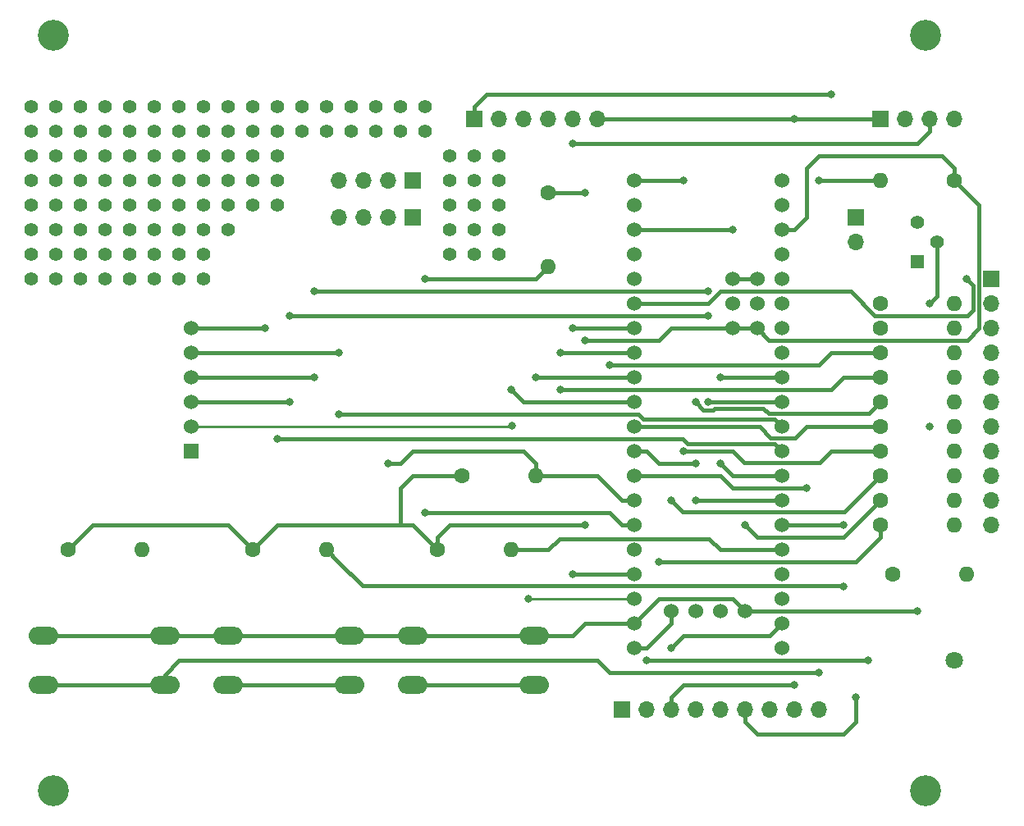
<source format=gbr>
%TF.GenerationSoftware,KiCad,Pcbnew,5.1.5+dfsg1-2build2*%
%TF.CreationDate,2022-09-12T08:37:09+01:00*%
%TF.ProjectId,bluepill-pb1,626c7565-7069-46c6-9c2d-7062312e6b69,rev?*%
%TF.SameCoordinates,Original*%
%TF.FileFunction,Copper,L1,Top*%
%TF.FilePolarity,Positive*%
%FSLAX46Y46*%
G04 Gerber Fmt 4.6, Leading zero omitted, Abs format (unit mm)*
G04 Created by KiCad (PCBNEW 5.1.5+dfsg1-2build2) date 2022-09-12 08:37:09*
%MOMM*%
%LPD*%
G04 APERTURE LIST*
%TA.AperFunction,ComponentPad*%
%ADD10O,1.700000X1.700000*%
%TD*%
%TA.AperFunction,ComponentPad*%
%ADD11R,1.700000X1.700000*%
%TD*%
%TA.AperFunction,ComponentPad*%
%ADD12O,1.600000X1.600000*%
%TD*%
%TA.AperFunction,ComponentPad*%
%ADD13C,1.600000*%
%TD*%
%TA.AperFunction,ComponentPad*%
%ADD14C,1.800000*%
%TD*%
%TA.AperFunction,ComponentPad*%
%ADD15C,1.524000*%
%TD*%
%TA.AperFunction,ComponentPad*%
%ADD16O,3.048000X1.850000*%
%TD*%
%TA.AperFunction,ComponentPad*%
%ADD17C,1.397000*%
%TD*%
%TA.AperFunction,ComponentPad*%
%ADD18R,1.397000X1.397000*%
%TD*%
%TA.AperFunction,ComponentPad*%
%ADD19R,1.524000X1.524000*%
%TD*%
%TA.AperFunction,ViaPad*%
%ADD20C,1.400000*%
%TD*%
%TA.AperFunction,ViaPad*%
%ADD21C,3.200000*%
%TD*%
%TA.AperFunction,ViaPad*%
%ADD22C,0.800000*%
%TD*%
%TA.AperFunction,Conductor*%
%ADD23C,0.400000*%
%TD*%
%TA.AperFunction,Conductor*%
%ADD24C,0.250000*%
%TD*%
G04 APERTURE END LIST*
D10*
%TO.P,J6,6*%
%TO.N,GND*%
X137160000Y-59690000D03*
%TO.P,J6,5*%
%TO.N,Net-(J6-Pad5)*%
X134620000Y-59690000D03*
%TO.P,J6,4*%
%TO.N,Net-(J6-Pad4)*%
X132080000Y-59690000D03*
%TO.P,J6,3*%
%TO.N,Net-(J6-Pad3)*%
X129540000Y-59690000D03*
%TO.P,J6,2*%
%TO.N,Net-(J6-Pad2)*%
X127000000Y-59690000D03*
D11*
%TO.P,J6,1*%
%TO.N,Net-(A1-Pad2)*%
X124460000Y-59690000D03*
%TD*%
D10*
%TO.P,J7,2*%
%TO.N,Net-(A1-Pad2)*%
X163830000Y-72390000D03*
D11*
%TO.P,J7,1*%
%TO.N,Net-(J7-Pad1)*%
X163830000Y-69850000D03*
%TD*%
D12*
%TO.P,R17,2*%
%TO.N,Net-(J3-Pad2)*%
X130810000Y-96520000D03*
D13*
%TO.P,R17,1*%
%TO.N,+3V3*%
X123190000Y-96520000D03*
%TD*%
D14*
%TO.P,TP1,1*%
%TO.N,GND*%
X173990000Y-115570000D03*
%TD*%
D12*
%TO.P,R16,2*%
%TO.N,Net-(J3-Pad1)*%
X132080000Y-74930000D03*
D13*
%TO.P,R16,1*%
%TO.N,+3V3*%
X132080000Y-67310000D03*
%TD*%
D12*
%TO.P,R15,2*%
%TO.N,Net-(Q1-Pad2)*%
X175260000Y-106680000D03*
D13*
%TO.P,R15,1*%
%TO.N,Net-(R15-Pad1)*%
X167640000Y-106680000D03*
%TD*%
D15*
%TO.P,U1,5V*%
%TO.N,Net-(A1-Pad2)*%
X140970000Y-109220000D03*
%TO.P,U1,3V3*%
%TO.N,+3V3*%
X151130000Y-81280000D03*
%TO.P,U1,PB2*%
%TO.N,N/C*%
X151130000Y-78740000D03*
%TO.P,U1,G*%
%TO.N,GND*%
X151130000Y-76200000D03*
%TO.P,U1,3V3*%
%TO.N,+3V3*%
X153670000Y-81280000D03*
%TO.P,U1,BOOT*%
%TO.N,N/C*%
X153670000Y-78740000D03*
%TO.P,U1,G*%
%TO.N,GND*%
X153670000Y-76200000D03*
X152400000Y-110490000D03*
%TO.P,U1,PA14*%
%TO.N,N/C*%
X149860000Y-110490000D03*
%TO.P,U1,PA13*%
X147320000Y-110490000D03*
%TO.P,U1,3V3*%
%TO.N,+3V3*%
X144780000Y-110490000D03*
%TO.P,U1,G*%
%TO.N,GND*%
X156210000Y-66040000D03*
X156210000Y-68580000D03*
%TO.P,U1,3V3*%
%TO.N,+3V3*%
X156210000Y-71120000D03*
%TO.P,U1,NRST*%
%TO.N,N/C*%
X156210000Y-73660000D03*
%TO.P,U1,PB11*%
%TO.N,Net-(Q1-Pad1)*%
X156210000Y-76200000D03*
%TO.P,U1,PB10*%
%TO.N,N/C*%
X156210000Y-78740000D03*
%TO.P,U1,PB1*%
%TO.N,Net-(J5-Pad7)*%
X156210000Y-81280000D03*
%TO.P,U1,PB0*%
%TO.N,Net-(J5-Pad6)*%
X156210000Y-83820000D03*
%TO.P,U1,PA7*%
%TO.N,Net-(A1-Pad4)*%
X156210000Y-86360000D03*
%TO.P,U1,PA6*%
%TO.N,Net-(A1-Pad3)*%
X156210000Y-88900000D03*
%TO.P,U1,PA5*%
%TO.N,Net-(A1-Pad5)*%
X156210000Y-91440000D03*
%TO.P,U1,PA4*%
%TO.N,Net-(A1-Pad6)*%
X156210000Y-93980000D03*
%TO.P,U1,PA3*%
%TO.N,Net-(J5-Pad5)*%
X156210000Y-96520000D03*
%TO.P,U1,PA2*%
%TO.N,Net-(J5-Pad4)*%
X156210000Y-99060000D03*
%TO.P,U1,PA1*%
%TO.N,Net-(R2-Pad2)*%
X156210000Y-101600000D03*
%TO.P,U1,PA0*%
%TO.N,Net-(R3-Pad2)*%
X156210000Y-104140000D03*
%TO.P,U1,PC15*%
%TO.N,Net-(R1-Pad2)*%
X156210000Y-106680000D03*
%TO.P,U1,PC14*%
%TO.N,Net-(J5-Pad3)*%
X156210000Y-109220000D03*
%TO.P,U1,PC13*%
%TO.N,Net-(J5-Pad2)*%
X156210000Y-111760000D03*
%TO.P,U1,VBAT*%
%TO.N,N/C*%
X156210000Y-114300000D03*
%TO.P,U1,3V3*%
%TO.N,+3V3*%
X140970000Y-114300000D03*
%TO.P,U1,G*%
%TO.N,GND*%
X140970000Y-111760000D03*
%TO.P,U1,PB9*%
%TO.N,Net-(R7-Pad1)*%
X140970000Y-106680000D03*
%TO.P,U1,PB8*%
%TO.N,Net-(R6-Pad1)*%
X140970000Y-104140000D03*
%TO.P,U1,PB7*%
%TO.N,Net-(J3-Pad1)*%
X140970000Y-101600000D03*
%TO.P,U1,PB6*%
%TO.N,Net-(J3-Pad2)*%
X140970000Y-99060000D03*
%TO.P,U1,PB5*%
%TO.N,Net-(J5-Pad8)*%
X140970000Y-96520000D03*
%TO.P,U1,PB4*%
%TO.N,Net-(R8-Pad1)*%
X140970000Y-93980000D03*
%TO.P,U1,PB3*%
%TO.N,Net-(R15-Pad1)*%
X140970000Y-91440000D03*
%TO.P,U1,PA15*%
%TO.N,Net-(J6-Pad2)*%
X140970000Y-88900000D03*
%TO.P,U1,PA12*%
%TO.N,Net-(J6-Pad3)*%
X140970000Y-86360000D03*
%TO.P,U1,PA11*%
%TO.N,Net-(J6-Pad4)*%
X140970000Y-83820000D03*
%TO.P,U1,PA10*%
%TO.N,Net-(J2-Pad3)*%
X140970000Y-81280000D03*
%TO.P,U1,PA9*%
%TO.N,Net-(J2-Pad2)*%
X140970000Y-78740000D03*
%TO.P,U1,PA8*%
%TO.N,Net-(J6-Pad5)*%
X140970000Y-76200000D03*
%TO.P,U1,PB15*%
%TO.N,Net-(R13-Pad1)*%
X140970000Y-73660000D03*
%TO.P,U1,PB14*%
%TO.N,Net-(R12-Pad1)*%
X140970000Y-71120000D03*
%TO.P,U1,PB13*%
%TO.N,Net-(R11-Pad1)*%
X140970000Y-68580000D03*
%TO.P,U1,PB12*%
%TO.N,Net-(R10-Pad1)*%
X140970000Y-66040000D03*
%TD*%
D16*
%TO.P,SW2,2*%
%TO.N,Net-(R2-Pad2)*%
X99060000Y-118030000D03*
%TO.P,SW2,1*%
%TO.N,GND*%
X99060000Y-113030000D03*
%TO.P,SW2,2*%
%TO.N,Net-(R2-Pad2)*%
X111560000Y-118030000D03*
%TO.P,SW2,1*%
%TO.N,GND*%
X111560000Y-113030000D03*
%TD*%
D10*
%TO.P,J5,9*%
%TO.N,GND*%
X160020000Y-120650000D03*
%TO.P,J5,8*%
%TO.N,Net-(J5-Pad8)*%
X157480000Y-120650000D03*
%TO.P,J5,7*%
%TO.N,Net-(J5-Pad7)*%
X154940000Y-120650000D03*
%TO.P,J5,6*%
%TO.N,Net-(J5-Pad6)*%
X152400000Y-120650000D03*
%TO.P,J5,5*%
%TO.N,Net-(J5-Pad5)*%
X149860000Y-120650000D03*
%TO.P,J5,4*%
%TO.N,Net-(J5-Pad4)*%
X147320000Y-120650000D03*
%TO.P,J5,3*%
%TO.N,Net-(J5-Pad3)*%
X144780000Y-120650000D03*
%TO.P,J5,2*%
%TO.N,Net-(J5-Pad2)*%
X142240000Y-120650000D03*
D11*
%TO.P,J5,1*%
%TO.N,+3V3*%
X139700000Y-120650000D03*
%TD*%
D12*
%TO.P,R14,2*%
%TO.N,Net-(Q1-Pad1)*%
X166370000Y-66040000D03*
D13*
%TO.P,R14,1*%
%TO.N,+3V3*%
X173990000Y-66040000D03*
%TD*%
D17*
%TO.P,Q1,1*%
%TO.N,Net-(Q1-Pad1)*%
X170180000Y-70358000D03*
%TO.P,Q1,2*%
%TO.N,Net-(Q1-Pad2)*%
X172212000Y-72390000D03*
D18*
%TO.P,Q1,3*%
%TO.N,GND*%
X170180000Y-74422000D03*
%TD*%
D10*
%TO.P,J4,4*%
%TO.N,+3V3*%
X110490000Y-66040000D03*
%TO.P,J4,3*%
%TO.N,GND*%
X113030000Y-66040000D03*
%TO.P,J4,2*%
%TO.N,Net-(J3-Pad2)*%
X115570000Y-66040000D03*
D11*
%TO.P,J4,1*%
%TO.N,Net-(J3-Pad1)*%
X118110000Y-66040000D03*
%TD*%
D10*
%TO.P,J2,4*%
%TO.N,+3V3*%
X173990000Y-59690000D03*
%TO.P,J2,3*%
%TO.N,Net-(J2-Pad3)*%
X171450000Y-59690000D03*
%TO.P,J2,2*%
%TO.N,Net-(J2-Pad2)*%
X168910000Y-59690000D03*
D11*
%TO.P,J2,1*%
%TO.N,GND*%
X166370000Y-59690000D03*
%TD*%
D10*
%TO.P,J1,11*%
%TO.N,Net-(J1-Pad11)*%
X177800000Y-101600000D03*
%TO.P,J1,10*%
%TO.N,Net-(J1-Pad10)*%
X177800000Y-99060000D03*
%TO.P,J1,9*%
%TO.N,Net-(J1-Pad9)*%
X177800000Y-96520000D03*
%TO.P,J1,8*%
%TO.N,Net-(J1-Pad8)*%
X177800000Y-93980000D03*
%TO.P,J1,7*%
%TO.N,Net-(J1-Pad7)*%
X177800000Y-91440000D03*
%TO.P,J1,6*%
%TO.N,Net-(J1-Pad6)*%
X177800000Y-88900000D03*
%TO.P,J1,5*%
%TO.N,Net-(J1-Pad5)*%
X177800000Y-86360000D03*
%TO.P,J1,4*%
%TO.N,Net-(J1-Pad4)*%
X177800000Y-83820000D03*
%TO.P,J1,3*%
%TO.N,Net-(J1-Pad3)*%
X177800000Y-81280000D03*
%TO.P,J1,2*%
%TO.N,Net-(J1-Pad2)*%
X177800000Y-78740000D03*
D11*
%TO.P,J1,1*%
%TO.N,N/C*%
X177800000Y-76200000D03*
%TD*%
D12*
%TO.P,R13,2*%
%TO.N,Net-(J1-Pad11)*%
X173990000Y-101600000D03*
D13*
%TO.P,R13,1*%
%TO.N,Net-(R13-Pad1)*%
X166370000Y-101600000D03*
%TD*%
D12*
%TO.P,R12,2*%
%TO.N,Net-(J1-Pad10)*%
X173990000Y-99060000D03*
D13*
%TO.P,R12,1*%
%TO.N,Net-(R12-Pad1)*%
X166370000Y-99060000D03*
%TD*%
D12*
%TO.P,R11,2*%
%TO.N,Net-(J1-Pad9)*%
X173990000Y-96520000D03*
D13*
%TO.P,R11,1*%
%TO.N,Net-(R11-Pad1)*%
X166370000Y-96520000D03*
%TD*%
D12*
%TO.P,R10,2*%
%TO.N,Net-(J1-Pad8)*%
X173990000Y-93980000D03*
D13*
%TO.P,R10,1*%
%TO.N,Net-(R10-Pad1)*%
X166370000Y-93980000D03*
%TD*%
D12*
%TO.P,R9,2*%
%TO.N,Net-(J1-Pad7)*%
X173990000Y-91440000D03*
D13*
%TO.P,R9,1*%
%TO.N,Net-(R15-Pad1)*%
X166370000Y-91440000D03*
%TD*%
D12*
%TO.P,R8,2*%
%TO.N,Net-(J1-Pad6)*%
X173990000Y-88900000D03*
D13*
%TO.P,R8,1*%
%TO.N,Net-(R8-Pad1)*%
X166370000Y-88900000D03*
%TD*%
D12*
%TO.P,R7,2*%
%TO.N,Net-(J1-Pad5)*%
X173990000Y-86360000D03*
D13*
%TO.P,R7,1*%
%TO.N,Net-(R7-Pad1)*%
X166370000Y-86360000D03*
%TD*%
D12*
%TO.P,R6,2*%
%TO.N,Net-(J1-Pad4)*%
X173990000Y-83820000D03*
D13*
%TO.P,R6,1*%
%TO.N,Net-(R6-Pad1)*%
X166370000Y-83820000D03*
%TD*%
D12*
%TO.P,R5,2*%
%TO.N,Net-(J1-Pad3)*%
X173990000Y-81280000D03*
D13*
%TO.P,R5,1*%
%TO.N,GND*%
X166370000Y-81280000D03*
%TD*%
D12*
%TO.P,R4,2*%
%TO.N,Net-(J1-Pad2)*%
X173990000Y-78740000D03*
D13*
%TO.P,R4,1*%
%TO.N,Net-(J7-Pad1)*%
X166370000Y-78740000D03*
%TD*%
D16*
%TO.P,SW3,2*%
%TO.N,Net-(R3-Pad2)*%
X118110000Y-118030000D03*
%TO.P,SW3,1*%
%TO.N,GND*%
X118110000Y-113030000D03*
%TO.P,SW3,2*%
%TO.N,Net-(R3-Pad2)*%
X130610000Y-118030000D03*
%TO.P,SW3,1*%
%TO.N,GND*%
X130610000Y-113030000D03*
%TD*%
%TO.P,SW1,2*%
%TO.N,Net-(R1-Pad2)*%
X80010000Y-118030000D03*
%TO.P,SW1,1*%
%TO.N,GND*%
X80010000Y-113030000D03*
%TO.P,SW1,2*%
%TO.N,Net-(R1-Pad2)*%
X92510000Y-118030000D03*
%TO.P,SW1,1*%
%TO.N,GND*%
X92510000Y-113030000D03*
%TD*%
D12*
%TO.P,R3,2*%
%TO.N,Net-(R3-Pad2)*%
X128270000Y-104140000D03*
D13*
%TO.P,R3,1*%
%TO.N,+3V3*%
X120650000Y-104140000D03*
%TD*%
D12*
%TO.P,R2,2*%
%TO.N,Net-(R2-Pad2)*%
X109220000Y-104140000D03*
D13*
%TO.P,R2,1*%
%TO.N,+3V3*%
X101600000Y-104140000D03*
%TD*%
D12*
%TO.P,R1,2*%
%TO.N,Net-(R1-Pad2)*%
X90170000Y-104140000D03*
D13*
%TO.P,R1,1*%
%TO.N,+3V3*%
X82550000Y-104140000D03*
%TD*%
D10*
%TO.P,J3,4*%
%TO.N,GND*%
X110490000Y-69850000D03*
%TO.P,J3,3*%
%TO.N,+3V3*%
X113030000Y-69850000D03*
%TO.P,J3,2*%
%TO.N,Net-(J3-Pad2)*%
X115570000Y-69850000D03*
D11*
%TO.P,J3,1*%
%TO.N,Net-(J3-Pad1)*%
X118110000Y-69850000D03*
%TD*%
D15*
%TO.P,A1,6*%
%TO.N,Net-(A1-Pad6)*%
X95250000Y-81280000D03*
%TO.P,A1,5*%
%TO.N,Net-(A1-Pad5)*%
X95250000Y-83820000D03*
%TO.P,A1,4*%
%TO.N,Net-(A1-Pad4)*%
X95250000Y-86360000D03*
%TO.P,A1,3*%
%TO.N,Net-(A1-Pad3)*%
X95250000Y-88900000D03*
%TO.P,A1,2*%
%TO.N,Net-(A1-Pad2)*%
X95250000Y-91440000D03*
D19*
%TO.P,A1,1*%
%TO.N,GND*%
X95250000Y-93980000D03*
%TD*%
D20*
%TO.N,*%
X78740000Y-58420000D03*
X78740000Y-60960000D03*
X78740000Y-63500000D03*
X78740000Y-66040000D03*
X78740000Y-68580000D03*
X78740000Y-71120000D03*
X78740000Y-73660000D03*
X78740000Y-76200000D03*
X81280000Y-76200000D03*
X81280000Y-73660000D03*
X81280000Y-71120000D03*
X81280000Y-68580000D03*
X81280000Y-66040000D03*
X81280000Y-63500000D03*
X81280000Y-60960000D03*
X81280000Y-58420000D03*
X83820000Y-58420000D03*
X83820000Y-60960000D03*
X83820000Y-63500000D03*
X83820000Y-66040000D03*
X83820000Y-68580000D03*
X83820000Y-71120000D03*
X83820000Y-73660000D03*
X83820000Y-76200000D03*
X86360000Y-76200000D03*
X86360000Y-73660000D03*
X86360000Y-71120000D03*
X86360000Y-68580000D03*
X86360000Y-66040000D03*
X86360000Y-63500000D03*
X86360000Y-60960000D03*
X86360000Y-58420000D03*
X88900000Y-58420000D03*
X88900000Y-60960000D03*
X88900000Y-63500000D03*
X88900000Y-66040000D03*
X88900000Y-68580000D03*
X88900000Y-71120000D03*
X88900000Y-73660000D03*
X88900000Y-76200000D03*
X91440000Y-76200000D03*
X91440000Y-73660000D03*
X91440000Y-71120000D03*
X91440000Y-68580000D03*
X91440000Y-66040000D03*
X91440000Y-63500000D03*
X91440000Y-60960000D03*
X91440000Y-58420000D03*
X93980000Y-58420000D03*
X93980000Y-60960000D03*
X93980000Y-63500000D03*
X93980000Y-66040000D03*
X93980000Y-68580000D03*
X93980000Y-71120000D03*
X93980000Y-73660000D03*
X93980000Y-76200000D03*
X96520000Y-76200000D03*
X96520000Y-73660000D03*
X96520000Y-71120000D03*
X96520000Y-68580000D03*
X96520000Y-66040000D03*
X96520000Y-63500000D03*
X96520000Y-60960000D03*
X96520000Y-58420000D03*
X99060000Y-58420000D03*
X99060000Y-60960000D03*
X99060000Y-63500000D03*
X99060000Y-66040000D03*
X99060000Y-68580000D03*
X99060000Y-71120000D03*
X101600000Y-58420000D03*
X101600000Y-60960000D03*
X104140000Y-60960000D03*
X104140000Y-58420000D03*
X106680000Y-58420000D03*
X106680000Y-60960000D03*
X109220000Y-60960000D03*
X109220000Y-58420000D03*
X111760000Y-58420000D03*
X111760000Y-60960000D03*
X114300000Y-60960000D03*
X114300000Y-58420000D03*
X116840000Y-58420000D03*
X116840000Y-60960000D03*
X119380000Y-60960000D03*
X119380000Y-58420000D03*
X101600000Y-63500000D03*
X101600000Y-66040000D03*
X101600000Y-68580000D03*
X104140000Y-68580000D03*
X104140000Y-66040000D03*
X104140000Y-63500000D03*
X124460000Y-63500000D03*
X127000000Y-63500000D03*
X121920000Y-63500000D03*
X121920000Y-66040000D03*
X124460000Y-66040000D03*
X127000000Y-66040000D03*
X121920000Y-68580000D03*
X124460000Y-68580000D03*
X127000000Y-68580000D03*
X127000000Y-71120000D03*
X121920000Y-71120000D03*
X124460000Y-71120000D03*
X121920000Y-73660000D03*
X124460000Y-73660000D03*
X127000000Y-73660000D03*
D21*
X81000000Y-51000000D03*
X171000000Y-51000000D03*
X171000000Y-129000000D03*
X81000000Y-129000000D03*
D22*
%TO.N,Net-(A1-Pad6)*%
X104140000Y-92710000D03*
X102870000Y-81280000D03*
%TO.N,Net-(A1-Pad5)*%
X110490000Y-90170000D03*
X110490000Y-83820000D03*
%TO.N,Net-(A1-Pad4)*%
X149860000Y-86360000D03*
X148590000Y-77470000D03*
X107950000Y-77470000D03*
X107950000Y-86360000D03*
%TO.N,Net-(A1-Pad3)*%
X148590000Y-88900000D03*
X105410000Y-80010000D03*
X105410000Y-88900000D03*
X148590000Y-80010000D03*
%TO.N,Net-(J2-Pad3)*%
X134620000Y-62230000D03*
X134620000Y-81280000D03*
%TO.N,Net-(J2-Pad2)*%
X175260000Y-76200000D03*
%TO.N,+3V3*%
X135890000Y-101600000D03*
X135890000Y-82550000D03*
X135890000Y-67310000D03*
%TO.N,GND*%
X170180000Y-110490000D03*
X157480000Y-59690000D03*
%TO.N,Net-(R1-Pad2)*%
X160020000Y-116840000D03*
%TO.N,Net-(R2-Pad2)*%
X162560000Y-107950000D03*
X162560000Y-101600000D03*
%TO.N,Net-(J3-Pad2)*%
X115570000Y-95250000D03*
%TO.N,Net-(J3-Pad1)*%
X119380000Y-100330000D03*
X119380000Y-76200000D03*
%TO.N,Net-(R6-Pad1)*%
X138430000Y-85090000D03*
%TO.N,Net-(R7-Pad1)*%
X133350000Y-87630000D03*
X134620000Y-106680000D03*
%TO.N,Net-(R8-Pad1)*%
X147320000Y-88900000D03*
X147320000Y-95250000D03*
%TO.N,Net-(R10-Pad1)*%
X146050000Y-66040000D03*
X146050000Y-93980000D03*
%TO.N,Net-(R11-Pad1)*%
X144780000Y-99060000D03*
%TO.N,Net-(R12-Pad1)*%
X152400000Y-101600000D03*
X151130000Y-71120000D03*
%TO.N,Net-(R13-Pad1)*%
X143510000Y-105410000D03*
%TO.N,Net-(J5-Pad8)*%
X158750000Y-97790000D03*
%TO.N,Net-(J5-Pad6)*%
X163830000Y-119380000D03*
%TO.N,Net-(J5-Pad5)*%
X149860000Y-95250000D03*
%TO.N,Net-(J5-Pad4)*%
X147320000Y-99060000D03*
%TO.N,Net-(J5-Pad3)*%
X157480000Y-118110000D03*
%TO.N,Net-(J5-Pad2)*%
X144780000Y-114300000D03*
%TO.N,Net-(J6-Pad4)*%
X133350000Y-83820000D03*
%TO.N,Net-(J6-Pad3)*%
X130810000Y-86360000D03*
%TO.N,Net-(J6-Pad2)*%
X128270000Y-87630000D03*
%TO.N,Net-(A1-Pad2)*%
X165100000Y-115570000D03*
X142240000Y-115570000D03*
X161290000Y-57150000D03*
%TO.N,Net-(Q1-Pad1)*%
X160020000Y-66040000D03*
%TO.N,Net-(Q1-Pad2)*%
X171450000Y-78740000D03*
X171450000Y-91440000D03*
%TO.N,Net-(A1-Pad2)*%
X128397000Y-91313000D03*
X130048000Y-109220000D03*
%TD*%
D23*
%TO.N,Net-(A1-Pad6)*%
X102870000Y-81280000D02*
X95250000Y-81280000D01*
X145964002Y-92710000D02*
X104140000Y-92710000D01*
X146472003Y-93218001D02*
X145964002Y-92710000D01*
X155448001Y-93218001D02*
X146472003Y-93218001D01*
X156210000Y-93980000D02*
X155448001Y-93218001D01*
%TO.N,Net-(A1-Pad5)*%
X156210000Y-91440000D02*
X155448001Y-90678001D01*
X155448001Y-90678001D02*
X141927763Y-90678001D01*
X141927763Y-90678001D02*
X141419762Y-90170000D01*
X141419762Y-90170000D02*
X110490000Y-90170000D01*
X110490000Y-83820000D02*
X95250000Y-83820000D01*
%TO.N,Net-(A1-Pad4)*%
X106680000Y-86360000D02*
X95250000Y-86360000D01*
X156210000Y-86360000D02*
X149860000Y-86360000D01*
X148590000Y-77470000D02*
X107950000Y-77470000D01*
X107950000Y-86360000D02*
X106680000Y-86360000D01*
%TO.N,Net-(A1-Pad3)*%
X156210000Y-88900000D02*
X148590000Y-88900000D01*
X147320000Y-80010000D02*
X105410000Y-80010000D01*
X105410000Y-88900000D02*
X95250000Y-88900000D01*
X147320000Y-80010000D02*
X148590000Y-80010000D01*
%TO.N,Net-(J2-Pad3)*%
X171450000Y-59690000D02*
X171450000Y-60960000D01*
X170180000Y-62230000D02*
X134620000Y-62230000D01*
X171450000Y-60960000D02*
X170180000Y-62230000D01*
X140970000Y-81280000D02*
X134620000Y-81280000D01*
%TO.N,Net-(J2-Pad2)*%
X140970000Y-78740000D02*
X148590000Y-78740000D01*
X175329999Y-79940001D02*
X175929990Y-79340010D01*
X148590000Y-78740000D02*
X149860000Y-77470000D01*
X163323998Y-77470000D02*
X165793999Y-79940001D01*
X165793999Y-79940001D02*
X175329999Y-79940001D01*
X149860000Y-77470000D02*
X163323998Y-77470000D01*
X175929990Y-79340010D02*
X175929990Y-76869990D01*
X175929990Y-76869990D02*
X175260000Y-76200000D01*
%TO.N,+3V3*%
X82550000Y-104140000D02*
X85090000Y-101600000D01*
X85090000Y-101600000D02*
X99060000Y-101600000D01*
X99060000Y-101600000D02*
X101600000Y-104140000D01*
X101600000Y-104140000D02*
X104140000Y-101600000D01*
X118110000Y-101600000D02*
X120650000Y-104140000D01*
X120650000Y-104140000D02*
X120650000Y-102870000D01*
X120650000Y-102870000D02*
X121920000Y-101600000D01*
X121920000Y-101600000D02*
X135890000Y-101600000D01*
X153670000Y-81280000D02*
X151130000Y-81280000D01*
X144780000Y-110490000D02*
X144780000Y-111760000D01*
X142240000Y-114300000D02*
X140970000Y-114300000D01*
X144780000Y-111760000D02*
X142240000Y-114300000D01*
X154870001Y-82480001D02*
X175329999Y-82480001D01*
X153670000Y-81280000D02*
X154870001Y-82480001D01*
X175329999Y-82480001D02*
X176530000Y-81280000D01*
X176530000Y-68580000D02*
X173990000Y-66040000D01*
X176530000Y-81280000D02*
X176530000Y-68580000D01*
X151130000Y-81280000D02*
X144780000Y-81280000D01*
X144780000Y-81280000D02*
X143510000Y-82550000D01*
X143510000Y-82550000D02*
X135890000Y-82550000D01*
X123190000Y-96520000D02*
X118110000Y-96520000D01*
X116840000Y-97790000D02*
X116840000Y-101600000D01*
X118110000Y-96520000D02*
X116840000Y-97790000D01*
X116840000Y-101600000D02*
X118110000Y-101600000D01*
X104140000Y-101600000D02*
X116840000Y-101600000D01*
X132080000Y-67310000D02*
X135890000Y-67310000D01*
X156210000Y-71120000D02*
X157480000Y-71120000D01*
X157480000Y-71120000D02*
X158750000Y-69850000D01*
X158750000Y-69850000D02*
X158750000Y-64770000D01*
X158750000Y-64770000D02*
X160020000Y-63500000D01*
X160020000Y-63500000D02*
X172720000Y-63500000D01*
X173990000Y-64770000D02*
X173990000Y-66040000D01*
X172720000Y-63500000D02*
X173990000Y-64770000D01*
%TO.N,GND*%
X157480000Y-59690000D02*
X166370000Y-59690000D01*
X80010000Y-113030000D02*
X92510000Y-113030000D01*
X92510000Y-113030000D02*
X99060000Y-113030000D01*
X99060000Y-113030000D02*
X111560000Y-113030000D01*
X111560000Y-113030000D02*
X118110000Y-113030000D01*
X118110000Y-113030000D02*
X130610000Y-113030000D01*
X130610000Y-113030000D02*
X134620000Y-113030000D01*
X135890000Y-111760000D02*
X140970000Y-111760000D01*
X134620000Y-113030000D02*
X135890000Y-111760000D01*
X153670000Y-76200000D02*
X151130000Y-76200000D01*
X170180000Y-110490000D02*
X152400000Y-110490000D01*
X152400000Y-110490000D02*
X151130000Y-109220000D01*
X151130000Y-109220000D02*
X143510000Y-109220000D01*
X143510000Y-109220000D02*
X140970000Y-111760000D01*
X139700000Y-59690000D02*
X137160000Y-59690000D01*
X157480000Y-59690000D02*
X139700000Y-59690000D01*
%TO.N,Net-(R1-Pad2)*%
X92510000Y-118030000D02*
X92790000Y-118030000D01*
X80010000Y-118030000D02*
X92510000Y-118030000D01*
X92510000Y-118030000D02*
X92510000Y-117040000D01*
X92510000Y-117040000D02*
X93980000Y-115570000D01*
X93980000Y-115570000D02*
X137160000Y-115570000D01*
X137160000Y-115570000D02*
X138430000Y-116840000D01*
X138430000Y-116840000D02*
X160020000Y-116840000D01*
%TO.N,Net-(R2-Pad2)*%
X99060000Y-118030000D02*
X111560000Y-118030000D01*
X109220000Y-104140000D02*
X110420001Y-105340001D01*
X162452001Y-107842001D02*
X162560000Y-107950000D01*
X112922001Y-107842001D02*
X162452001Y-107842001D01*
X110420001Y-105340001D02*
X112922001Y-107842001D01*
X162560000Y-101600000D02*
X156210000Y-101600000D01*
%TO.N,Net-(R3-Pad2)*%
X118110000Y-118030000D02*
X130610000Y-118030000D01*
X156210000Y-104140000D02*
X149860000Y-104140000D01*
X148697999Y-102977999D02*
X133242001Y-102977999D01*
X149860000Y-104140000D02*
X148697999Y-102977999D01*
X132080000Y-104140000D02*
X128270000Y-104140000D01*
X133242001Y-102977999D02*
X132080000Y-104140000D01*
%TO.N,Net-(J3-Pad2)*%
X140970000Y-99060000D02*
X139700000Y-99060000D01*
X137160000Y-96520000D02*
X130810000Y-96520000D01*
X139700000Y-99060000D02*
X137160000Y-96520000D01*
X115570000Y-95250000D02*
X116840000Y-95250000D01*
X116840000Y-95250000D02*
X118110000Y-93980000D01*
X118110000Y-93980000D02*
X129540000Y-93980000D01*
X130810000Y-95250000D02*
X130810000Y-96520000D01*
X129540000Y-93980000D02*
X130810000Y-95250000D01*
%TO.N,Net-(J3-Pad1)*%
X140970000Y-101600000D02*
X139700000Y-101600000D01*
X138430000Y-100330000D02*
X119380000Y-100330000D01*
X139700000Y-101600000D02*
X138430000Y-100330000D01*
X132080000Y-74930000D02*
X130810000Y-76200000D01*
X130810000Y-76200000D02*
X119380000Y-76200000D01*
%TO.N,Net-(R6-Pad1)*%
X166370000Y-83820000D02*
X161290000Y-83820000D01*
X160020000Y-85090000D02*
X138430000Y-85090000D01*
X161290000Y-83820000D02*
X160020000Y-85090000D01*
%TO.N,Net-(R7-Pad1)*%
X166370000Y-86360000D02*
X162560000Y-86360000D01*
X161290000Y-87630000D02*
X133350000Y-87630000D01*
X162560000Y-86360000D02*
X161290000Y-87630000D01*
X134620000Y-106680000D02*
X140970000Y-106680000D01*
%TO.N,Net-(R8-Pad1)*%
X154832001Y-90062001D02*
X154270010Y-89500010D01*
X165207999Y-90062001D02*
X154832001Y-90062001D01*
X166370000Y-88900000D02*
X165207999Y-90062001D01*
X154270010Y-89500010D02*
X149259990Y-89500010D01*
X148120001Y-89700001D02*
X147320000Y-88900000D01*
X149059999Y-89700001D02*
X148120001Y-89700001D01*
X149259990Y-89500010D02*
X149059999Y-89700001D01*
X147320000Y-95250000D02*
X143510000Y-95250000D01*
X142240000Y-93980000D02*
X140970000Y-93980000D01*
X143510000Y-95250000D02*
X142240000Y-93980000D01*
%TO.N,Net-(R10-Pad1)*%
X140970000Y-66040000D02*
X146050000Y-66040000D01*
X146050000Y-93980000D02*
X151130000Y-93980000D01*
X152292001Y-95142001D02*
X160127999Y-95142001D01*
X151130000Y-93980000D02*
X152292001Y-95142001D01*
X161290000Y-93980000D02*
X166370000Y-93980000D01*
X160127999Y-95142001D02*
X161290000Y-93980000D01*
%TO.N,Net-(R11-Pad1)*%
X145942001Y-100222001D02*
X144780000Y-99060000D01*
X162667999Y-100222001D02*
X145942001Y-100222001D01*
X166370000Y-96520000D02*
X162667999Y-100222001D01*
%TO.N,Net-(R12-Pad1)*%
X166370000Y-99060000D02*
X162560000Y-102870000D01*
X153670000Y-102870000D02*
X152400000Y-101600000D01*
X162560000Y-102870000D02*
X153670000Y-102870000D01*
X151130000Y-71120000D02*
X140970000Y-71120000D01*
%TO.N,Net-(R13-Pad1)*%
X166370000Y-101600000D02*
X166370000Y-102870000D01*
X163830000Y-105410000D02*
X143510000Y-105410000D01*
X166370000Y-102870000D02*
X163830000Y-105410000D01*
%TO.N,Net-(J5-Pad8)*%
X140970000Y-96520000D02*
X149860000Y-96520000D01*
X149860000Y-96520000D02*
X151130000Y-97790000D01*
X151130000Y-97790000D02*
X158750000Y-97790000D01*
%TO.N,Net-(J5-Pad6)*%
X163830000Y-119380000D02*
X163830000Y-121920000D01*
X163830000Y-121920000D02*
X162560000Y-123190000D01*
X162560000Y-123190000D02*
X153670000Y-123190000D01*
X152400000Y-121920000D02*
X152400000Y-120650000D01*
X153670000Y-123190000D02*
X152400000Y-121920000D01*
%TO.N,Net-(J5-Pad5)*%
X156210000Y-96520000D02*
X151130000Y-96520000D01*
X151130000Y-96520000D02*
X149860000Y-95250000D01*
%TO.N,Net-(J5-Pad4)*%
X156210000Y-99060000D02*
X147320000Y-99060000D01*
%TO.N,Net-(J5-Pad3)*%
X157480000Y-118110000D02*
X146050000Y-118110000D01*
X144780000Y-119380000D02*
X144780000Y-120650000D01*
X146050000Y-118110000D02*
X144780000Y-119380000D01*
%TO.N,Net-(J5-Pad2)*%
X144780000Y-114300000D02*
X146050000Y-113030000D01*
X154940000Y-113030000D02*
X156210000Y-111760000D01*
X146050000Y-113030000D02*
X154940000Y-113030000D01*
%TO.N,Net-(J6-Pad4)*%
X135975998Y-83820000D02*
X133350000Y-83820000D01*
X140970000Y-83820000D02*
X135975998Y-83820000D01*
%TO.N,Net-(J6-Pad3)*%
X134705998Y-86360000D02*
X130810000Y-86360000D01*
X140970000Y-86360000D02*
X134705998Y-86360000D01*
%TO.N,Net-(J6-Pad2)*%
X129540000Y-88900000D02*
X128270000Y-87630000D01*
X140970000Y-88900000D02*
X129540000Y-88900000D01*
%TO.N,Net-(A1-Pad2)*%
X165100000Y-115570000D02*
X142240000Y-115570000D01*
X161290000Y-57150000D02*
X125730000Y-57150000D01*
X124460000Y-58420000D02*
X124460000Y-59690000D01*
X125730000Y-57150000D02*
X124460000Y-58420000D01*
%TO.N,Net-(Q1-Pad1)*%
X166370000Y-66040000D02*
X160020000Y-66040000D01*
%TO.N,Net-(Q1-Pad2)*%
X172212000Y-77978000D02*
X171450000Y-78740000D01*
X172212000Y-72390000D02*
X172212000Y-77978000D01*
%TO.N,Net-(R15-Pad1)*%
X166370000Y-91440000D02*
X158750000Y-91440000D01*
X158750000Y-91440000D02*
X157587999Y-92602001D01*
X153885998Y-91440000D02*
X140970000Y-91440000D01*
X155047999Y-92602001D02*
X153885998Y-91440000D01*
X157587999Y-92602001D02*
X155047999Y-92602001D01*
D24*
%TO.N,Net-(A1-Pad2)*%
X128270000Y-91440000D02*
X128397000Y-91313000D01*
X95250000Y-91440000D02*
X128270000Y-91440000D01*
X130048000Y-109220000D02*
X140970000Y-109220000D01*
%TD*%
M02*

</source>
